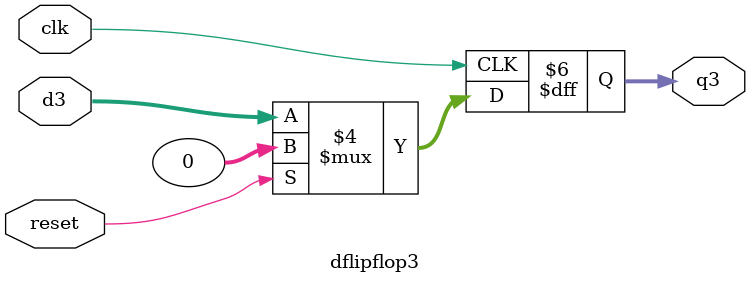
<source format=v>

module dflipflop3(d3,q3,clk,reset);
input [31:0]d3;
input clk,reset;
output reg [31:0]q3;
//reg q3;
always@(posedge clk)
begin
if(reset==1'b1)
	q3<=32'b0;
else
	q3<=d3;
end
endmodule 
</source>
